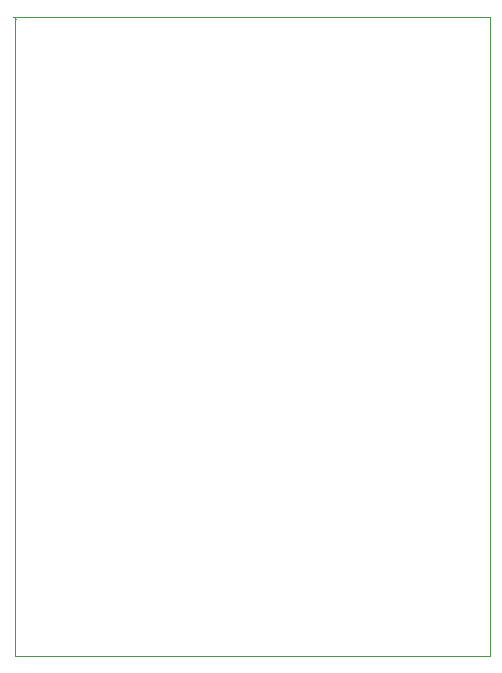
<source format=gbr>
G04 #@! TF.FileFunction,Profile,NP*
%FSLAX46Y46*%
G04 Gerber Fmt 4.6, Leading zero omitted, Abs format (unit mm)*
G04 Created by KiCad (PCBNEW (2015-07-31 BZR 6030)-product) date Fri Sep 11 12:39:26 2015*
%MOMM*%
G01*
G04 APERTURE LIST*
%ADD10C,0.100000*%
G04 APERTURE END LIST*
D10*
X103225600Y-57962800D02*
X103327200Y-58064400D01*
X103225600Y-112014000D02*
X103225600Y-57962800D01*
X143408400Y-112014000D02*
X103225600Y-112014000D01*
X143408400Y-57861200D02*
X143408400Y-112014000D01*
X103022400Y-57861200D02*
X143408400Y-57861200D01*
M02*

</source>
